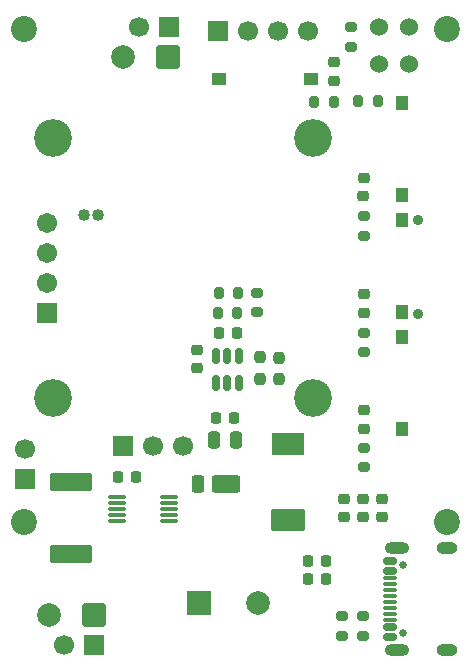
<source format=gbr>
%TF.GenerationSoftware,KiCad,Pcbnew,9.0.4*%
%TF.CreationDate,2025-12-12T14:24:18+03:00*%
%TF.ProjectId,mini_power_logger,6d696e69-5f70-46f7-9765-725f6c6f6767,rev?*%
%TF.SameCoordinates,Original*%
%TF.FileFunction,Soldermask,Top*%
%TF.FilePolarity,Negative*%
%FSLAX46Y46*%
G04 Gerber Fmt 4.6, Leading zero omitted, Abs format (unit mm)*
G04 Created by KiCad (PCBNEW 9.0.4) date 2025-12-12 14:24:18*
%MOMM*%
%LPD*%
G01*
G04 APERTURE LIST*
G04 Aperture macros list*
%AMRoundRect*
0 Rectangle with rounded corners*
0 $1 Rounding radius*
0 $2 $3 $4 $5 $6 $7 $8 $9 X,Y pos of 4 corners*
0 Add a 4 corners polygon primitive as box body*
4,1,4,$2,$3,$4,$5,$6,$7,$8,$9,$2,$3,0*
0 Add four circle primitives for the rounded corners*
1,1,$1+$1,$2,$3*
1,1,$1+$1,$4,$5*
1,1,$1+$1,$6,$7*
1,1,$1+$1,$8,$9*
0 Add four rect primitives between the rounded corners*
20,1,$1+$1,$2,$3,$4,$5,0*
20,1,$1+$1,$4,$5,$6,$7,0*
20,1,$1+$1,$6,$7,$8,$9,0*
20,1,$1+$1,$8,$9,$2,$3,0*%
G04 Aperture macros list end*
%ADD10RoundRect,0.150000X0.150000X-0.512500X0.150000X0.512500X-0.150000X0.512500X-0.150000X-0.512500X0*%
%ADD11RoundRect,0.102000X0.754000X-0.754000X0.754000X0.754000X-0.754000X0.754000X-0.754000X-0.754000X0*%
%ADD12C,1.712000*%
%ADD13C,3.204000*%
%ADD14R,1.000000X1.250000*%
%ADD15RoundRect,0.225000X0.250000X-0.225000X0.250000X0.225000X-0.250000X0.225000X-0.250000X-0.225000X0*%
%ADD16RoundRect,0.200000X-0.275000X0.200000X-0.275000X-0.200000X0.275000X-0.200000X0.275000X0.200000X0*%
%ADD17RoundRect,0.200000X-0.200000X-0.275000X0.200000X-0.275000X0.200000X0.275000X-0.200000X0.275000X0*%
%ADD18RoundRect,0.237500X0.237500X-0.250000X0.237500X0.250000X-0.237500X0.250000X-0.237500X-0.250000X0*%
%ADD19C,2.200000*%
%ADD20R,1.700000X1.700000*%
%ADD21C,1.700000*%
%ADD22RoundRect,0.225000X-0.250000X0.225000X-0.250000X-0.225000X0.250000X-0.225000X0.250000X0.225000X0*%
%ADD23RoundRect,0.200000X0.275000X-0.200000X0.275000X0.200000X-0.275000X0.200000X-0.275000X-0.200000X0*%
%ADD24RoundRect,0.225000X0.225000X0.250000X-0.225000X0.250000X-0.225000X-0.250000X0.225000X-0.250000X0*%
%ADD25RoundRect,0.237500X-0.237500X0.250000X-0.237500X-0.250000X0.237500X-0.250000X0.237500X0.250000X0*%
%ADD26R,2.000000X2.000000*%
%ADD27C,2.000000*%
%ADD28RoundRect,0.075000X0.650000X0.075000X-0.650000X0.075000X-0.650000X-0.075000X0.650000X-0.075000X0*%
%ADD29C,1.524000*%
%ADD30RoundRect,0.250000X-0.950000X-0.500000X0.950000X-0.500000X0.950000X0.500000X-0.950000X0.500000X0*%
%ADD31RoundRect,0.250000X-0.275000X-0.500000X0.275000X-0.500000X0.275000X0.500000X-0.275000X0.500000X0*%
%ADD32RoundRect,0.102000X-1.250000X0.850000X-1.250000X-0.850000X1.250000X-0.850000X1.250000X0.850000X0*%
%ADD33RoundRect,0.102000X-1.300000X0.850000X-1.300000X-0.850000X1.300000X-0.850000X1.300000X0.850000X0*%
%ADD34RoundRect,0.250000X0.750000X0.750000X-0.750000X0.750000X-0.750000X-0.750000X0.750000X-0.750000X0*%
%ADD35RoundRect,0.276785X1.523215X-0.498215X1.523215X0.498215X-1.523215X0.498215X-1.523215X-0.498215X0*%
%ADD36C,0.650000*%
%ADD37RoundRect,0.150000X0.425000X-0.150000X0.425000X0.150000X-0.425000X0.150000X-0.425000X-0.150000X0*%
%ADD38RoundRect,0.075000X0.500000X-0.075000X0.500000X0.075000X-0.500000X0.075000X-0.500000X-0.075000X0*%
%ADD39O,2.100000X1.000000*%
%ADD40O,1.800000X1.000000*%
%ADD41RoundRect,0.250000X0.250000X0.475000X-0.250000X0.475000X-0.250000X-0.475000X0.250000X-0.475000X0*%
%ADD42RoundRect,0.200000X0.200000X0.275000X-0.200000X0.275000X-0.200000X-0.275000X0.200000X-0.275000X0*%
%ADD43R,1.250000X1.000000*%
%ADD44C,0.900000*%
%ADD45C,1.014000*%
G04 APERTURE END LIST*
D10*
%TO.C,U5*%
X176250000Y-84137500D03*
X177200000Y-84137500D03*
X178150000Y-84137500D03*
X178150000Y-81862500D03*
X177200000Y-81862500D03*
X176250000Y-81862500D03*
%TD*%
D11*
%TO.C,U4*%
X161912500Y-78210000D03*
D12*
X161912500Y-75670000D03*
X161912500Y-73130000D03*
X161912500Y-70590000D03*
D13*
X162412500Y-85400000D03*
X162412500Y-63400000D03*
X184412500Y-63400000D03*
X184412500Y-85400000D03*
%TD*%
D14*
%TO.C,SW2*%
X192000000Y-60425000D03*
X192000000Y-68175000D03*
%TD*%
D15*
%TO.C,C14*%
X188800000Y-78150000D03*
X188800000Y-76600000D03*
%TD*%
D16*
%TO.C,R20*%
X188700000Y-103875000D03*
X188700000Y-105525000D03*
%TD*%
D17*
%TO.C,R2*%
X184575000Y-60300000D03*
X186225000Y-60300000D03*
%TD*%
D18*
%TO.C,R15*%
X180000000Y-83762500D03*
X180000000Y-81937500D03*
%TD*%
D15*
%TO.C,C8*%
X186200000Y-58500000D03*
X186200000Y-56950000D03*
%TD*%
D19*
%TO.C,*%
X160000000Y-95900000D03*
%TD*%
D20*
%TO.C,J1*%
X165920000Y-106250000D03*
D21*
X163380000Y-106250000D03*
%TD*%
D22*
%TO.C,C25*%
X187100000Y-93925000D03*
X187100000Y-95475000D03*
%TD*%
D23*
%TO.C,R5*%
X188800000Y-91225000D03*
X188800000Y-89575000D03*
%TD*%
D24*
%TO.C,C26*%
X178050000Y-79862500D03*
X176500000Y-79862500D03*
%TD*%
D17*
%TO.C,R18*%
X176400000Y-78162500D03*
X178050000Y-78162500D03*
%TD*%
D16*
%TO.C,R21*%
X186900000Y-103875000D03*
X186900000Y-105525000D03*
%TD*%
D24*
%TO.C,C16*%
X169475000Y-92100000D03*
X167925000Y-92100000D03*
%TD*%
D25*
%TO.C,R16*%
X181600000Y-81950000D03*
X181600000Y-83775000D03*
%TD*%
D15*
%TO.C,C15*%
X188800000Y-87975000D03*
X188800000Y-86425000D03*
%TD*%
%TO.C,C2*%
X190250000Y-95475000D03*
X190250000Y-93925000D03*
%TD*%
D26*
%TO.C,BZ1*%
X174800000Y-102700000D03*
D27*
X179800000Y-102700000D03*
%TD*%
D24*
%TO.C,C22*%
X177775000Y-87100000D03*
X176225000Y-87100000D03*
%TD*%
D28*
%TO.C,U2*%
X172250000Y-95750000D03*
X172250000Y-95250000D03*
X172250000Y-94750000D03*
X172250000Y-94250000D03*
X172250000Y-93750000D03*
X167850000Y-93750000D03*
X167850000Y-94250000D03*
X167850000Y-94750000D03*
X167850000Y-95250000D03*
X167850000Y-95750000D03*
%TD*%
D29*
%TO.C,J7*%
X192570000Y-54000000D03*
X190030000Y-53980000D03*
%TD*%
%TO.C,J6*%
X192570000Y-57100000D03*
X190030000Y-57080000D03*
%TD*%
D30*
%TO.C,D2*%
X177050000Y-92700000D03*
D31*
X174675000Y-92700000D03*
%TD*%
D32*
%TO.C,L1*%
X182300000Y-89275000D03*
D33*
X182300000Y-95700000D03*
%TD*%
D22*
%TO.C,C24*%
X188700000Y-93925000D03*
X188700000Y-95475000D03*
%TD*%
D34*
%TO.C,J3*%
X165905000Y-103782500D03*
D27*
X162095000Y-103782500D03*
%TD*%
D19*
%TO.C,*%
X195800000Y-54100000D03*
%TD*%
D20*
%TO.C,J1*%
X172227502Y-54000000D03*
D21*
X169687502Y-54000000D03*
%TD*%
D35*
%TO.C,R6*%
X164000000Y-98550000D03*
X164000000Y-92450000D03*
%TD*%
D36*
%TO.C,J8*%
X192085000Y-105290000D03*
X192085000Y-99510000D03*
D37*
X191010000Y-105600000D03*
X191010000Y-104800000D03*
D38*
X191010000Y-103650000D03*
X191010000Y-102650000D03*
X191010000Y-102150000D03*
X191010000Y-101150000D03*
D37*
X191010000Y-100000000D03*
X191010000Y-99200000D03*
X191010000Y-99200000D03*
X191010000Y-100000000D03*
D38*
X191010000Y-100650000D03*
X191010000Y-101650000D03*
X191010000Y-103150000D03*
X191010000Y-104150000D03*
D37*
X191010000Y-104800000D03*
X191010000Y-105600000D03*
D39*
X191585000Y-106720000D03*
D40*
X195765000Y-106720000D03*
D39*
X191585000Y-98080000D03*
D40*
X195765000Y-98080000D03*
%TD*%
D24*
%TO.C,C28*%
X185575000Y-100700000D03*
X184025000Y-100700000D03*
%TD*%
D16*
%TO.C,R8*%
X187700000Y-53975000D03*
X187700000Y-55625000D03*
%TD*%
D41*
%TO.C,C21*%
X177950000Y-88900000D03*
X176050000Y-88900000D03*
%TD*%
D23*
%TO.C,R19*%
X179675000Y-78112500D03*
X179675000Y-76462500D03*
%TD*%
D19*
%TO.C,*%
X160000000Y-54100000D03*
%TD*%
D20*
%TO.C,J5*%
X160100000Y-92275000D03*
D21*
X160100000Y-89735000D03*
%TD*%
D14*
%TO.C,SW4*%
X192000000Y-80225000D03*
X192000000Y-87975000D03*
%TD*%
D34*
%TO.C,J2*%
X172205000Y-56482500D03*
D27*
X168395000Y-56482500D03*
%TD*%
D15*
%TO.C,C13*%
X188720000Y-68275000D03*
X188800000Y-66725000D03*
%TD*%
D24*
%TO.C,C27*%
X185575000Y-99200000D03*
X184025000Y-99200000D03*
%TD*%
D20*
%TO.C,J4*%
X176390000Y-54300000D03*
D21*
X178930000Y-54300000D03*
X181470000Y-54300000D03*
X184010000Y-54300000D03*
%TD*%
D42*
%TO.C,R17*%
X178100000Y-76462500D03*
X176450000Y-76462500D03*
%TD*%
D23*
%TO.C,R3*%
X188800000Y-71650000D03*
X188800000Y-70000000D03*
%TD*%
D43*
%TO.C,SW1*%
X176500000Y-58400000D03*
X184250000Y-58400000D03*
%TD*%
D42*
%TO.C,R7*%
X189925000Y-60200000D03*
X188275000Y-60200000D03*
%TD*%
D19*
%TO.C,*%
X195800000Y-95900000D03*
%TD*%
D22*
%TO.C,C23*%
X174600000Y-81325000D03*
X174600000Y-82875000D03*
%TD*%
D14*
%TO.C,SW3*%
X192000000Y-70325000D03*
X192000000Y-78075000D03*
%TD*%
D20*
%TO.C,J1*%
X168360000Y-89400000D03*
D21*
X170900000Y-89400000D03*
X173440000Y-89400000D03*
%TD*%
D23*
%TO.C,R4*%
X188800000Y-81525000D03*
X188800000Y-79875000D03*
%TD*%
D44*
%TO.C,P1*%
X193300000Y-70270000D03*
X193300000Y-78270000D03*
%TD*%
D45*
%TO.C,Y1*%
X165100000Y-69900000D03*
X166270000Y-69900000D03*
%TD*%
M02*

</source>
